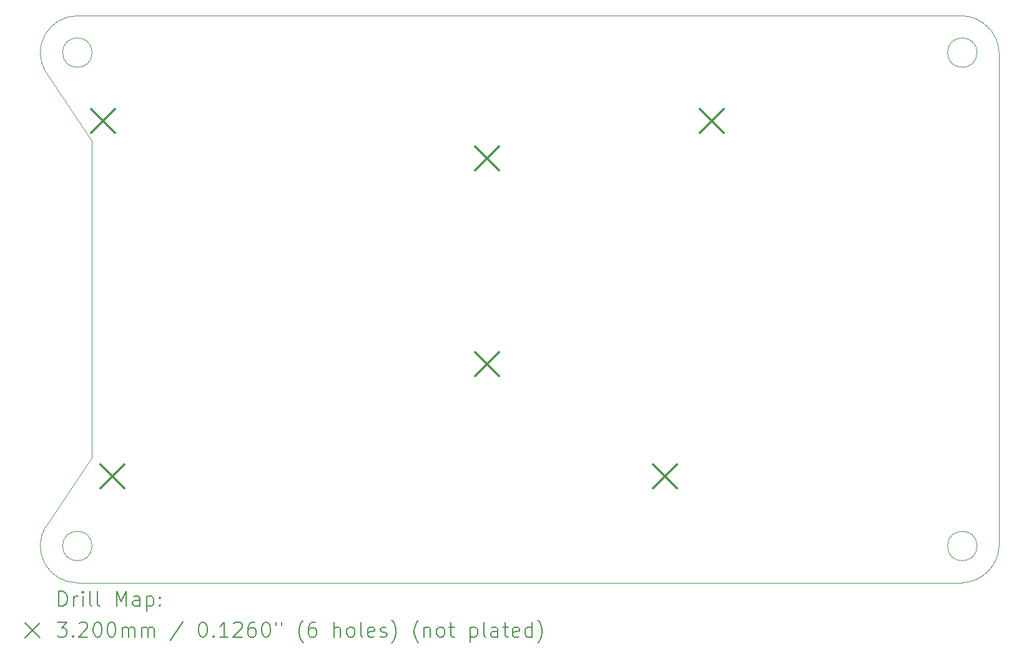
<source format=gbr>
%TF.GenerationSoftware,KiCad,Pcbnew,(6.0.10)*%
%TF.CreationDate,2025-05-13T20:50:00+02:00*%
%TF.ProjectId,Progetto Lidar,50726f67-6574-4746-9f20-4c696461722e,rev?*%
%TF.SameCoordinates,Original*%
%TF.FileFunction,Drillmap*%
%TF.FilePolarity,Positive*%
%FSLAX45Y45*%
G04 Gerber Fmt 4.5, Leading zero omitted, Abs format (unit mm)*
G04 Created by KiCad (PCBNEW (6.0.10)) date 2025-05-13 20:50:00*
%MOMM*%
%LPD*%
G01*
G04 APERTURE LIST*
%ADD10C,0.100000*%
%ADD11C,0.200000*%
%ADD12C,0.320000*%
G04 APERTURE END LIST*
D10*
X21000000Y-5500000D02*
G75*
G03*
X20500000Y-5000000I-521960J-21960D01*
G01*
X8067999Y-11939854D02*
X8700000Y-11000000D01*
X8700000Y-12200000D02*
G75*
G03*
X8700000Y-12200000I-200000J0D01*
G01*
X8500000Y-5000000D02*
X20500000Y-5000000D01*
X20500000Y-12700000D02*
G75*
G03*
X21000000Y-12200000I-24130J524130D01*
G01*
X8700000Y-6700000D02*
X8067999Y-5760146D01*
X20700000Y-12200000D02*
G75*
G03*
X20700000Y-12200000I-200000J0D01*
G01*
X8700000Y-6700000D02*
X8700000Y-11000000D01*
X8500000Y-12700000D02*
X20500000Y-12700000D01*
X20700000Y-5500000D02*
G75*
G03*
X20700000Y-5500000I-200000J0D01*
G01*
X8500000Y-5000001D02*
G75*
G03*
X8067999Y-5760146I0J-502829D01*
G01*
X21000000Y-12200000D02*
X21000000Y-5500000D01*
X8067998Y-11939853D02*
G75*
G03*
X8500000Y-12700000I432002J-257317D01*
G01*
X8700000Y-5500000D02*
G75*
G03*
X8700000Y-5500000I-200000J0D01*
G01*
D11*
D12*
X8687000Y-6266200D02*
X9007000Y-6586200D01*
X9007000Y-6266200D02*
X8687000Y-6586200D01*
X8814000Y-11092200D02*
X9134000Y-11412200D01*
X9134000Y-11092200D02*
X8814000Y-11412200D01*
X13894000Y-6774200D02*
X14214000Y-7094200D01*
X14214000Y-6774200D02*
X13894000Y-7094200D01*
X13894000Y-9568200D02*
X14214000Y-9888200D01*
X14214000Y-9568200D02*
X13894000Y-9888200D01*
X16307000Y-11092200D02*
X16627000Y-11412200D01*
X16627000Y-11092200D02*
X16307000Y-11412200D01*
X16942000Y-6266200D02*
X17262000Y-6586200D01*
X17262000Y-6266200D02*
X16942000Y-6586200D01*
D11*
X8249789Y-13015476D02*
X8249789Y-12815476D01*
X8297408Y-12815476D01*
X8325979Y-12825000D01*
X8345027Y-12844048D01*
X8354551Y-12863095D01*
X8364075Y-12901190D01*
X8364075Y-12929762D01*
X8354551Y-12967857D01*
X8345027Y-12986905D01*
X8325979Y-13005952D01*
X8297408Y-13015476D01*
X8249789Y-13015476D01*
X8449789Y-13015476D02*
X8449789Y-12882143D01*
X8449789Y-12920238D02*
X8459313Y-12901190D01*
X8468837Y-12891667D01*
X8487884Y-12882143D01*
X8506932Y-12882143D01*
X8573599Y-13015476D02*
X8573599Y-12882143D01*
X8573599Y-12815476D02*
X8564075Y-12825000D01*
X8573599Y-12834524D01*
X8583122Y-12825000D01*
X8573599Y-12815476D01*
X8573599Y-12834524D01*
X8697408Y-13015476D02*
X8678360Y-13005952D01*
X8668837Y-12986905D01*
X8668837Y-12815476D01*
X8802170Y-13015476D02*
X8783122Y-13005952D01*
X8773599Y-12986905D01*
X8773599Y-12815476D01*
X9030741Y-13015476D02*
X9030741Y-12815476D01*
X9097408Y-12958333D01*
X9164075Y-12815476D01*
X9164075Y-13015476D01*
X9345027Y-13015476D02*
X9345027Y-12910714D01*
X9335503Y-12891667D01*
X9316456Y-12882143D01*
X9278360Y-12882143D01*
X9259313Y-12891667D01*
X9345027Y-13005952D02*
X9325980Y-13015476D01*
X9278360Y-13015476D01*
X9259313Y-13005952D01*
X9249789Y-12986905D01*
X9249789Y-12967857D01*
X9259313Y-12948809D01*
X9278360Y-12939286D01*
X9325980Y-12939286D01*
X9345027Y-12929762D01*
X9440265Y-12882143D02*
X9440265Y-13082143D01*
X9440265Y-12891667D02*
X9459313Y-12882143D01*
X9497408Y-12882143D01*
X9516456Y-12891667D01*
X9525980Y-12901190D01*
X9535503Y-12920238D01*
X9535503Y-12977381D01*
X9525980Y-12996428D01*
X9516456Y-13005952D01*
X9497408Y-13015476D01*
X9459313Y-13015476D01*
X9440265Y-13005952D01*
X9621218Y-12996428D02*
X9630741Y-13005952D01*
X9621218Y-13015476D01*
X9611694Y-13005952D01*
X9621218Y-12996428D01*
X9621218Y-13015476D01*
X9621218Y-12891667D02*
X9630741Y-12901190D01*
X9621218Y-12910714D01*
X9611694Y-12901190D01*
X9621218Y-12891667D01*
X9621218Y-12910714D01*
X7792170Y-13245000D02*
X7992170Y-13445000D01*
X7992170Y-13245000D02*
X7792170Y-13445000D01*
X8230741Y-13235476D02*
X8354551Y-13235476D01*
X8287884Y-13311667D01*
X8316456Y-13311667D01*
X8335503Y-13321190D01*
X8345027Y-13330714D01*
X8354551Y-13349762D01*
X8354551Y-13397381D01*
X8345027Y-13416428D01*
X8335503Y-13425952D01*
X8316456Y-13435476D01*
X8259313Y-13435476D01*
X8240265Y-13425952D01*
X8230741Y-13416428D01*
X8440265Y-13416428D02*
X8449789Y-13425952D01*
X8440265Y-13435476D01*
X8430741Y-13425952D01*
X8440265Y-13416428D01*
X8440265Y-13435476D01*
X8525980Y-13254524D02*
X8535503Y-13245000D01*
X8554551Y-13235476D01*
X8602170Y-13235476D01*
X8621218Y-13245000D01*
X8630741Y-13254524D01*
X8640265Y-13273571D01*
X8640265Y-13292619D01*
X8630741Y-13321190D01*
X8516456Y-13435476D01*
X8640265Y-13435476D01*
X8764075Y-13235476D02*
X8783122Y-13235476D01*
X8802170Y-13245000D01*
X8811694Y-13254524D01*
X8821218Y-13273571D01*
X8830741Y-13311667D01*
X8830741Y-13359286D01*
X8821218Y-13397381D01*
X8811694Y-13416428D01*
X8802170Y-13425952D01*
X8783122Y-13435476D01*
X8764075Y-13435476D01*
X8745027Y-13425952D01*
X8735503Y-13416428D01*
X8725980Y-13397381D01*
X8716456Y-13359286D01*
X8716456Y-13311667D01*
X8725980Y-13273571D01*
X8735503Y-13254524D01*
X8745027Y-13245000D01*
X8764075Y-13235476D01*
X8954551Y-13235476D02*
X8973599Y-13235476D01*
X8992646Y-13245000D01*
X9002170Y-13254524D01*
X9011694Y-13273571D01*
X9021218Y-13311667D01*
X9021218Y-13359286D01*
X9011694Y-13397381D01*
X9002170Y-13416428D01*
X8992646Y-13425952D01*
X8973599Y-13435476D01*
X8954551Y-13435476D01*
X8935503Y-13425952D01*
X8925980Y-13416428D01*
X8916456Y-13397381D01*
X8906932Y-13359286D01*
X8906932Y-13311667D01*
X8916456Y-13273571D01*
X8925980Y-13254524D01*
X8935503Y-13245000D01*
X8954551Y-13235476D01*
X9106932Y-13435476D02*
X9106932Y-13302143D01*
X9106932Y-13321190D02*
X9116456Y-13311667D01*
X9135503Y-13302143D01*
X9164075Y-13302143D01*
X9183122Y-13311667D01*
X9192646Y-13330714D01*
X9192646Y-13435476D01*
X9192646Y-13330714D02*
X9202170Y-13311667D01*
X9221218Y-13302143D01*
X9249789Y-13302143D01*
X9268837Y-13311667D01*
X9278360Y-13330714D01*
X9278360Y-13435476D01*
X9373599Y-13435476D02*
X9373599Y-13302143D01*
X9373599Y-13321190D02*
X9383122Y-13311667D01*
X9402170Y-13302143D01*
X9430741Y-13302143D01*
X9449789Y-13311667D01*
X9459313Y-13330714D01*
X9459313Y-13435476D01*
X9459313Y-13330714D02*
X9468837Y-13311667D01*
X9487884Y-13302143D01*
X9516456Y-13302143D01*
X9535503Y-13311667D01*
X9545027Y-13330714D01*
X9545027Y-13435476D01*
X9935503Y-13225952D02*
X9764075Y-13483095D01*
X10192646Y-13235476D02*
X10211694Y-13235476D01*
X10230741Y-13245000D01*
X10240265Y-13254524D01*
X10249789Y-13273571D01*
X10259313Y-13311667D01*
X10259313Y-13359286D01*
X10249789Y-13397381D01*
X10240265Y-13416428D01*
X10230741Y-13425952D01*
X10211694Y-13435476D01*
X10192646Y-13435476D01*
X10173599Y-13425952D01*
X10164075Y-13416428D01*
X10154551Y-13397381D01*
X10145027Y-13359286D01*
X10145027Y-13311667D01*
X10154551Y-13273571D01*
X10164075Y-13254524D01*
X10173599Y-13245000D01*
X10192646Y-13235476D01*
X10345027Y-13416428D02*
X10354551Y-13425952D01*
X10345027Y-13435476D01*
X10335503Y-13425952D01*
X10345027Y-13416428D01*
X10345027Y-13435476D01*
X10545027Y-13435476D02*
X10430741Y-13435476D01*
X10487884Y-13435476D02*
X10487884Y-13235476D01*
X10468837Y-13264048D01*
X10449789Y-13283095D01*
X10430741Y-13292619D01*
X10621218Y-13254524D02*
X10630741Y-13245000D01*
X10649789Y-13235476D01*
X10697408Y-13235476D01*
X10716456Y-13245000D01*
X10725980Y-13254524D01*
X10735503Y-13273571D01*
X10735503Y-13292619D01*
X10725980Y-13321190D01*
X10611694Y-13435476D01*
X10735503Y-13435476D01*
X10906932Y-13235476D02*
X10868837Y-13235476D01*
X10849789Y-13245000D01*
X10840265Y-13254524D01*
X10821218Y-13283095D01*
X10811694Y-13321190D01*
X10811694Y-13397381D01*
X10821218Y-13416428D01*
X10830741Y-13425952D01*
X10849789Y-13435476D01*
X10887884Y-13435476D01*
X10906932Y-13425952D01*
X10916456Y-13416428D01*
X10925980Y-13397381D01*
X10925980Y-13349762D01*
X10916456Y-13330714D01*
X10906932Y-13321190D01*
X10887884Y-13311667D01*
X10849789Y-13311667D01*
X10830741Y-13321190D01*
X10821218Y-13330714D01*
X10811694Y-13349762D01*
X11049789Y-13235476D02*
X11068837Y-13235476D01*
X11087884Y-13245000D01*
X11097408Y-13254524D01*
X11106932Y-13273571D01*
X11116456Y-13311667D01*
X11116456Y-13359286D01*
X11106932Y-13397381D01*
X11097408Y-13416428D01*
X11087884Y-13425952D01*
X11068837Y-13435476D01*
X11049789Y-13435476D01*
X11030741Y-13425952D01*
X11021218Y-13416428D01*
X11011694Y-13397381D01*
X11002170Y-13359286D01*
X11002170Y-13311667D01*
X11011694Y-13273571D01*
X11021218Y-13254524D01*
X11030741Y-13245000D01*
X11049789Y-13235476D01*
X11192646Y-13235476D02*
X11192646Y-13273571D01*
X11268837Y-13235476D02*
X11268837Y-13273571D01*
X11564075Y-13511667D02*
X11554551Y-13502143D01*
X11535503Y-13473571D01*
X11525979Y-13454524D01*
X11516456Y-13425952D01*
X11506932Y-13378333D01*
X11506932Y-13340238D01*
X11516456Y-13292619D01*
X11525979Y-13264048D01*
X11535503Y-13245000D01*
X11554551Y-13216428D01*
X11564075Y-13206905D01*
X11725979Y-13235476D02*
X11687884Y-13235476D01*
X11668837Y-13245000D01*
X11659313Y-13254524D01*
X11640265Y-13283095D01*
X11630741Y-13321190D01*
X11630741Y-13397381D01*
X11640265Y-13416428D01*
X11649789Y-13425952D01*
X11668837Y-13435476D01*
X11706932Y-13435476D01*
X11725979Y-13425952D01*
X11735503Y-13416428D01*
X11745027Y-13397381D01*
X11745027Y-13349762D01*
X11735503Y-13330714D01*
X11725979Y-13321190D01*
X11706932Y-13311667D01*
X11668837Y-13311667D01*
X11649789Y-13321190D01*
X11640265Y-13330714D01*
X11630741Y-13349762D01*
X11983122Y-13435476D02*
X11983122Y-13235476D01*
X12068837Y-13435476D02*
X12068837Y-13330714D01*
X12059313Y-13311667D01*
X12040265Y-13302143D01*
X12011694Y-13302143D01*
X11992646Y-13311667D01*
X11983122Y-13321190D01*
X12192646Y-13435476D02*
X12173598Y-13425952D01*
X12164075Y-13416428D01*
X12154551Y-13397381D01*
X12154551Y-13340238D01*
X12164075Y-13321190D01*
X12173598Y-13311667D01*
X12192646Y-13302143D01*
X12221218Y-13302143D01*
X12240265Y-13311667D01*
X12249789Y-13321190D01*
X12259313Y-13340238D01*
X12259313Y-13397381D01*
X12249789Y-13416428D01*
X12240265Y-13425952D01*
X12221218Y-13435476D01*
X12192646Y-13435476D01*
X12373598Y-13435476D02*
X12354551Y-13425952D01*
X12345027Y-13406905D01*
X12345027Y-13235476D01*
X12525979Y-13425952D02*
X12506932Y-13435476D01*
X12468837Y-13435476D01*
X12449789Y-13425952D01*
X12440265Y-13406905D01*
X12440265Y-13330714D01*
X12449789Y-13311667D01*
X12468837Y-13302143D01*
X12506932Y-13302143D01*
X12525979Y-13311667D01*
X12535503Y-13330714D01*
X12535503Y-13349762D01*
X12440265Y-13368809D01*
X12611694Y-13425952D02*
X12630741Y-13435476D01*
X12668837Y-13435476D01*
X12687884Y-13425952D01*
X12697408Y-13406905D01*
X12697408Y-13397381D01*
X12687884Y-13378333D01*
X12668837Y-13368809D01*
X12640265Y-13368809D01*
X12621218Y-13359286D01*
X12611694Y-13340238D01*
X12611694Y-13330714D01*
X12621218Y-13311667D01*
X12640265Y-13302143D01*
X12668837Y-13302143D01*
X12687884Y-13311667D01*
X12764075Y-13511667D02*
X12773598Y-13502143D01*
X12792646Y-13473571D01*
X12802170Y-13454524D01*
X12811694Y-13425952D01*
X12821218Y-13378333D01*
X12821218Y-13340238D01*
X12811694Y-13292619D01*
X12802170Y-13264048D01*
X12792646Y-13245000D01*
X12773598Y-13216428D01*
X12764075Y-13206905D01*
X13125979Y-13511667D02*
X13116456Y-13502143D01*
X13097408Y-13473571D01*
X13087884Y-13454524D01*
X13078360Y-13425952D01*
X13068837Y-13378333D01*
X13068837Y-13340238D01*
X13078360Y-13292619D01*
X13087884Y-13264048D01*
X13097408Y-13245000D01*
X13116456Y-13216428D01*
X13125979Y-13206905D01*
X13202170Y-13302143D02*
X13202170Y-13435476D01*
X13202170Y-13321190D02*
X13211694Y-13311667D01*
X13230741Y-13302143D01*
X13259313Y-13302143D01*
X13278360Y-13311667D01*
X13287884Y-13330714D01*
X13287884Y-13435476D01*
X13411694Y-13435476D02*
X13392646Y-13425952D01*
X13383122Y-13416428D01*
X13373598Y-13397381D01*
X13373598Y-13340238D01*
X13383122Y-13321190D01*
X13392646Y-13311667D01*
X13411694Y-13302143D01*
X13440265Y-13302143D01*
X13459313Y-13311667D01*
X13468837Y-13321190D01*
X13478360Y-13340238D01*
X13478360Y-13397381D01*
X13468837Y-13416428D01*
X13459313Y-13425952D01*
X13440265Y-13435476D01*
X13411694Y-13435476D01*
X13535503Y-13302143D02*
X13611694Y-13302143D01*
X13564075Y-13235476D02*
X13564075Y-13406905D01*
X13573598Y-13425952D01*
X13592646Y-13435476D01*
X13611694Y-13435476D01*
X13830741Y-13302143D02*
X13830741Y-13502143D01*
X13830741Y-13311667D02*
X13849789Y-13302143D01*
X13887884Y-13302143D01*
X13906932Y-13311667D01*
X13916456Y-13321190D01*
X13925979Y-13340238D01*
X13925979Y-13397381D01*
X13916456Y-13416428D01*
X13906932Y-13425952D01*
X13887884Y-13435476D01*
X13849789Y-13435476D01*
X13830741Y-13425952D01*
X14040265Y-13435476D02*
X14021218Y-13425952D01*
X14011694Y-13406905D01*
X14011694Y-13235476D01*
X14202170Y-13435476D02*
X14202170Y-13330714D01*
X14192646Y-13311667D01*
X14173598Y-13302143D01*
X14135503Y-13302143D01*
X14116456Y-13311667D01*
X14202170Y-13425952D02*
X14183122Y-13435476D01*
X14135503Y-13435476D01*
X14116456Y-13425952D01*
X14106932Y-13406905D01*
X14106932Y-13387857D01*
X14116456Y-13368809D01*
X14135503Y-13359286D01*
X14183122Y-13359286D01*
X14202170Y-13349762D01*
X14268837Y-13302143D02*
X14345027Y-13302143D01*
X14297408Y-13235476D02*
X14297408Y-13406905D01*
X14306932Y-13425952D01*
X14325979Y-13435476D01*
X14345027Y-13435476D01*
X14487884Y-13425952D02*
X14468837Y-13435476D01*
X14430741Y-13435476D01*
X14411694Y-13425952D01*
X14402170Y-13406905D01*
X14402170Y-13330714D01*
X14411694Y-13311667D01*
X14430741Y-13302143D01*
X14468837Y-13302143D01*
X14487884Y-13311667D01*
X14497408Y-13330714D01*
X14497408Y-13349762D01*
X14402170Y-13368809D01*
X14668837Y-13435476D02*
X14668837Y-13235476D01*
X14668837Y-13425952D02*
X14649789Y-13435476D01*
X14611694Y-13435476D01*
X14592646Y-13425952D01*
X14583122Y-13416428D01*
X14573598Y-13397381D01*
X14573598Y-13340238D01*
X14583122Y-13321190D01*
X14592646Y-13311667D01*
X14611694Y-13302143D01*
X14649789Y-13302143D01*
X14668837Y-13311667D01*
X14745027Y-13511667D02*
X14754551Y-13502143D01*
X14773598Y-13473571D01*
X14783122Y-13454524D01*
X14792646Y-13425952D01*
X14802170Y-13378333D01*
X14802170Y-13340238D01*
X14792646Y-13292619D01*
X14783122Y-13264048D01*
X14773598Y-13245000D01*
X14754551Y-13216428D01*
X14745027Y-13206905D01*
M02*

</source>
